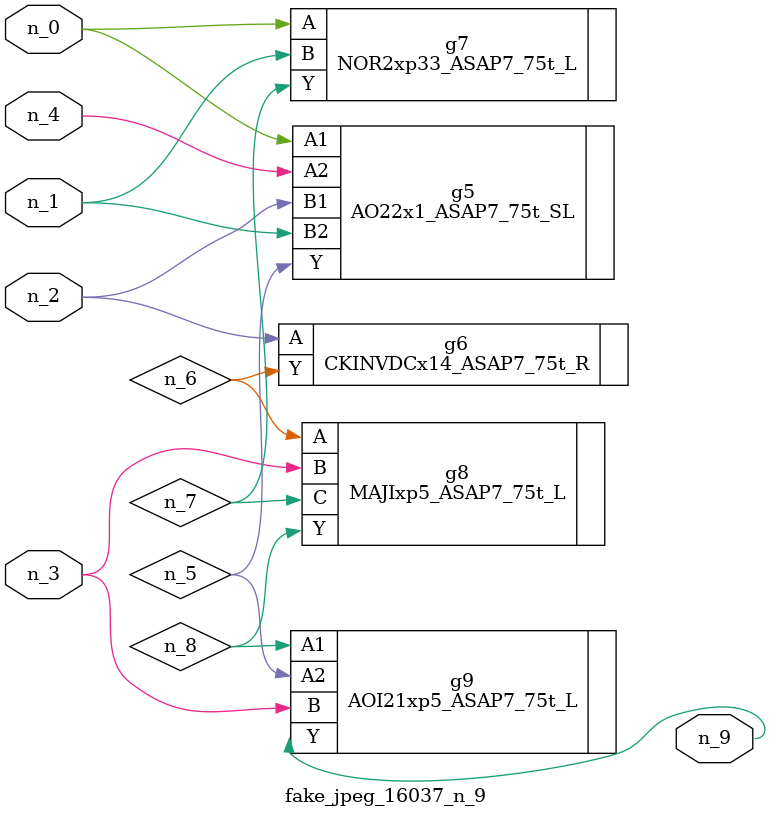
<source format=v>
module fake_jpeg_16037_n_9 (n_3, n_2, n_1, n_0, n_4, n_9);

input n_3;
input n_2;
input n_1;
input n_0;
input n_4;

output n_9;

wire n_8;
wire n_6;
wire n_5;
wire n_7;

AO22x1_ASAP7_75t_SL g5 ( 
.A1(n_0),
.A2(n_4),
.B1(n_2),
.B2(n_1),
.Y(n_5)
);

CKINVDCx14_ASAP7_75t_R g6 ( 
.A(n_2),
.Y(n_6)
);

NOR2xp33_ASAP7_75t_L g7 ( 
.A(n_0),
.B(n_1),
.Y(n_7)
);

MAJIxp5_ASAP7_75t_L g8 ( 
.A(n_6),
.B(n_3),
.C(n_7),
.Y(n_8)
);

AOI21xp5_ASAP7_75t_L g9 ( 
.A1(n_8),
.A2(n_5),
.B(n_3),
.Y(n_9)
);


endmodule
</source>
